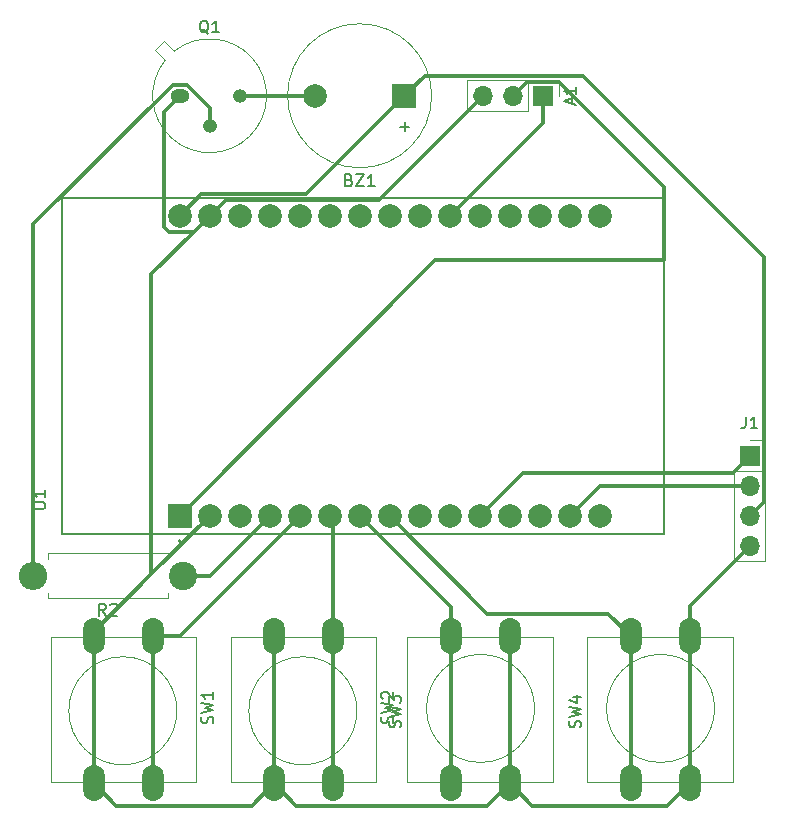
<source format=gbr>
%TF.GenerationSoftware,KiCad,Pcbnew,7.0.9*%
%TF.CreationDate,2023-11-28T22:12:24-05:00*%
%TF.ProjectId,h,682e6b69-6361-4645-9f70-636258585858,rev?*%
%TF.SameCoordinates,Original*%
%TF.FileFunction,Legend,Top*%
%TF.FilePolarity,Positive*%
%FSLAX46Y46*%
G04 Gerber Fmt 4.6, Leading zero omitted, Abs format (unit mm)*
G04 Created by KiCad (PCBNEW 7.0.9) date 2023-11-28 22:12:24*
%MOMM*%
%LPD*%
G01*
G04 APERTURE LIST*
%ADD10C,0.150000*%
%ADD11C,0.120000*%
%ADD12C,0.127000*%
%ADD13C,0.200000*%
%TA.AperFunction,ComponentPad*%
%ADD14O,1.850000X3.048000*%
%TD*%
%TA.AperFunction,ComponentPad*%
%ADD15C,2.400000*%
%TD*%
%TA.AperFunction,ComponentPad*%
%ADD16O,2.400000X2.400000*%
%TD*%
%TA.AperFunction,ComponentPad*%
%ADD17C,2.000000*%
%TD*%
%TA.AperFunction,ComponentPad*%
%ADD18R,2.000000X2.000000*%
%TD*%
%TA.AperFunction,ComponentPad*%
%ADD19O,1.200000X1.200000*%
%TD*%
%TA.AperFunction,ComponentPad*%
%ADD20O,1.600000X1.200000*%
%TD*%
%TA.AperFunction,ComponentPad*%
%ADD21O,1.700000X1.700000*%
%TD*%
%TA.AperFunction,ComponentPad*%
%ADD22R,1.700000X1.700000*%
%TD*%
%TA.AperFunction,Conductor*%
%ADD23C,0.300000*%
%TD*%
G04 APERTURE END LIST*
D10*
X119367200Y-116633332D02*
X119414819Y-116490475D01*
X119414819Y-116490475D02*
X119414819Y-116252380D01*
X119414819Y-116252380D02*
X119367200Y-116157142D01*
X119367200Y-116157142D02*
X119319580Y-116109523D01*
X119319580Y-116109523D02*
X119224342Y-116061904D01*
X119224342Y-116061904D02*
X119129104Y-116061904D01*
X119129104Y-116061904D02*
X119033866Y-116109523D01*
X119033866Y-116109523D02*
X118986247Y-116157142D01*
X118986247Y-116157142D02*
X118938628Y-116252380D01*
X118938628Y-116252380D02*
X118891009Y-116442856D01*
X118891009Y-116442856D02*
X118843390Y-116538094D01*
X118843390Y-116538094D02*
X118795771Y-116585713D01*
X118795771Y-116585713D02*
X118700533Y-116633332D01*
X118700533Y-116633332D02*
X118605295Y-116633332D01*
X118605295Y-116633332D02*
X118510057Y-116585713D01*
X118510057Y-116585713D02*
X118462438Y-116538094D01*
X118462438Y-116538094D02*
X118414819Y-116442856D01*
X118414819Y-116442856D02*
X118414819Y-116204761D01*
X118414819Y-116204761D02*
X118462438Y-116061904D01*
X118414819Y-115728570D02*
X119414819Y-115490475D01*
X119414819Y-115490475D02*
X118700533Y-115299999D01*
X118700533Y-115299999D02*
X119414819Y-115109523D01*
X119414819Y-115109523D02*
X118414819Y-114871428D01*
X119414819Y-113966666D02*
X119414819Y-114538094D01*
X119414819Y-114252380D02*
X118414819Y-114252380D01*
X118414819Y-114252380D02*
X118557676Y-114347618D01*
X118557676Y-114347618D02*
X118652914Y-114442856D01*
X118652914Y-114442856D02*
X118700533Y-114538094D01*
X110323333Y-107514819D02*
X109990000Y-107038628D01*
X109751905Y-107514819D02*
X109751905Y-106514819D01*
X109751905Y-106514819D02*
X110132857Y-106514819D01*
X110132857Y-106514819D02*
X110228095Y-106562438D01*
X110228095Y-106562438D02*
X110275714Y-106610057D01*
X110275714Y-106610057D02*
X110323333Y-106705295D01*
X110323333Y-106705295D02*
X110323333Y-106848152D01*
X110323333Y-106848152D02*
X110275714Y-106943390D01*
X110275714Y-106943390D02*
X110228095Y-106991009D01*
X110228095Y-106991009D02*
X110132857Y-107038628D01*
X110132857Y-107038628D02*
X109751905Y-107038628D01*
X110704286Y-106610057D02*
X110751905Y-106562438D01*
X110751905Y-106562438D02*
X110847143Y-106514819D01*
X110847143Y-106514819D02*
X111085238Y-106514819D01*
X111085238Y-106514819D02*
X111180476Y-106562438D01*
X111180476Y-106562438D02*
X111228095Y-106610057D01*
X111228095Y-106610057D02*
X111275714Y-106705295D01*
X111275714Y-106705295D02*
X111275714Y-106800533D01*
X111275714Y-106800533D02*
X111228095Y-106943390D01*
X111228095Y-106943390D02*
X110656667Y-107514819D01*
X110656667Y-107514819D02*
X111275714Y-107514819D01*
X104174819Y-98476904D02*
X104984342Y-98476904D01*
X104984342Y-98476904D02*
X105079580Y-98429285D01*
X105079580Y-98429285D02*
X105127200Y-98381666D01*
X105127200Y-98381666D02*
X105174819Y-98286428D01*
X105174819Y-98286428D02*
X105174819Y-98095952D01*
X105174819Y-98095952D02*
X105127200Y-98000714D01*
X105127200Y-98000714D02*
X105079580Y-97953095D01*
X105079580Y-97953095D02*
X104984342Y-97905476D01*
X104984342Y-97905476D02*
X104174819Y-97905476D01*
X105174819Y-96905476D02*
X105174819Y-97476904D01*
X105174819Y-97191190D02*
X104174819Y-97191190D01*
X104174819Y-97191190D02*
X104317676Y-97286428D01*
X104317676Y-97286428D02*
X104412914Y-97381666D01*
X104412914Y-97381666D02*
X104460533Y-97476904D01*
X150492200Y-116973332D02*
X150539819Y-116830475D01*
X150539819Y-116830475D02*
X150539819Y-116592380D01*
X150539819Y-116592380D02*
X150492200Y-116497142D01*
X150492200Y-116497142D02*
X150444580Y-116449523D01*
X150444580Y-116449523D02*
X150349342Y-116401904D01*
X150349342Y-116401904D02*
X150254104Y-116401904D01*
X150254104Y-116401904D02*
X150158866Y-116449523D01*
X150158866Y-116449523D02*
X150111247Y-116497142D01*
X150111247Y-116497142D02*
X150063628Y-116592380D01*
X150063628Y-116592380D02*
X150016009Y-116782856D01*
X150016009Y-116782856D02*
X149968390Y-116878094D01*
X149968390Y-116878094D02*
X149920771Y-116925713D01*
X149920771Y-116925713D02*
X149825533Y-116973332D01*
X149825533Y-116973332D02*
X149730295Y-116973332D01*
X149730295Y-116973332D02*
X149635057Y-116925713D01*
X149635057Y-116925713D02*
X149587438Y-116878094D01*
X149587438Y-116878094D02*
X149539819Y-116782856D01*
X149539819Y-116782856D02*
X149539819Y-116544761D01*
X149539819Y-116544761D02*
X149587438Y-116401904D01*
X149539819Y-116068570D02*
X150539819Y-115830475D01*
X150539819Y-115830475D02*
X149825533Y-115639999D01*
X149825533Y-115639999D02*
X150539819Y-115449523D01*
X150539819Y-115449523D02*
X149539819Y-115211428D01*
X149873152Y-114401904D02*
X150539819Y-114401904D01*
X149492200Y-114639999D02*
X150206485Y-114878094D01*
X150206485Y-114878094D02*
X150206485Y-114259047D01*
X135252200Y-116973332D02*
X135299819Y-116830475D01*
X135299819Y-116830475D02*
X135299819Y-116592380D01*
X135299819Y-116592380D02*
X135252200Y-116497142D01*
X135252200Y-116497142D02*
X135204580Y-116449523D01*
X135204580Y-116449523D02*
X135109342Y-116401904D01*
X135109342Y-116401904D02*
X135014104Y-116401904D01*
X135014104Y-116401904D02*
X134918866Y-116449523D01*
X134918866Y-116449523D02*
X134871247Y-116497142D01*
X134871247Y-116497142D02*
X134823628Y-116592380D01*
X134823628Y-116592380D02*
X134776009Y-116782856D01*
X134776009Y-116782856D02*
X134728390Y-116878094D01*
X134728390Y-116878094D02*
X134680771Y-116925713D01*
X134680771Y-116925713D02*
X134585533Y-116973332D01*
X134585533Y-116973332D02*
X134490295Y-116973332D01*
X134490295Y-116973332D02*
X134395057Y-116925713D01*
X134395057Y-116925713D02*
X134347438Y-116878094D01*
X134347438Y-116878094D02*
X134299819Y-116782856D01*
X134299819Y-116782856D02*
X134299819Y-116544761D01*
X134299819Y-116544761D02*
X134347438Y-116401904D01*
X134299819Y-116068570D02*
X135299819Y-115830475D01*
X135299819Y-115830475D02*
X134585533Y-115639999D01*
X134585533Y-115639999D02*
X135299819Y-115449523D01*
X135299819Y-115449523D02*
X134299819Y-115211428D01*
X134299819Y-114925713D02*
X134299819Y-114306666D01*
X134299819Y-114306666D02*
X134680771Y-114639999D01*
X134680771Y-114639999D02*
X134680771Y-114497142D01*
X134680771Y-114497142D02*
X134728390Y-114401904D01*
X134728390Y-114401904D02*
X134776009Y-114354285D01*
X134776009Y-114354285D02*
X134871247Y-114306666D01*
X134871247Y-114306666D02*
X135109342Y-114306666D01*
X135109342Y-114306666D02*
X135204580Y-114354285D01*
X135204580Y-114354285D02*
X135252200Y-114401904D01*
X135252200Y-114401904D02*
X135299819Y-114497142D01*
X135299819Y-114497142D02*
X135299819Y-114782856D01*
X135299819Y-114782856D02*
X135252200Y-114878094D01*
X135252200Y-114878094D02*
X135204580Y-114925713D01*
X134607200Y-116633332D02*
X134654819Y-116490475D01*
X134654819Y-116490475D02*
X134654819Y-116252380D01*
X134654819Y-116252380D02*
X134607200Y-116157142D01*
X134607200Y-116157142D02*
X134559580Y-116109523D01*
X134559580Y-116109523D02*
X134464342Y-116061904D01*
X134464342Y-116061904D02*
X134369104Y-116061904D01*
X134369104Y-116061904D02*
X134273866Y-116109523D01*
X134273866Y-116109523D02*
X134226247Y-116157142D01*
X134226247Y-116157142D02*
X134178628Y-116252380D01*
X134178628Y-116252380D02*
X134131009Y-116442856D01*
X134131009Y-116442856D02*
X134083390Y-116538094D01*
X134083390Y-116538094D02*
X134035771Y-116585713D01*
X134035771Y-116585713D02*
X133940533Y-116633332D01*
X133940533Y-116633332D02*
X133845295Y-116633332D01*
X133845295Y-116633332D02*
X133750057Y-116585713D01*
X133750057Y-116585713D02*
X133702438Y-116538094D01*
X133702438Y-116538094D02*
X133654819Y-116442856D01*
X133654819Y-116442856D02*
X133654819Y-116204761D01*
X133654819Y-116204761D02*
X133702438Y-116061904D01*
X133654819Y-115728570D02*
X134654819Y-115490475D01*
X134654819Y-115490475D02*
X133940533Y-115299999D01*
X133940533Y-115299999D02*
X134654819Y-115109523D01*
X134654819Y-115109523D02*
X133654819Y-114871428D01*
X133750057Y-114538094D02*
X133702438Y-114490475D01*
X133702438Y-114490475D02*
X133654819Y-114395237D01*
X133654819Y-114395237D02*
X133654819Y-114157142D01*
X133654819Y-114157142D02*
X133702438Y-114061904D01*
X133702438Y-114061904D02*
X133750057Y-114014285D01*
X133750057Y-114014285D02*
X133845295Y-113966666D01*
X133845295Y-113966666D02*
X133940533Y-113966666D01*
X133940533Y-113966666D02*
X134083390Y-114014285D01*
X134083390Y-114014285D02*
X134654819Y-114585713D01*
X134654819Y-114585713D02*
X134654819Y-113966666D01*
X119009761Y-58230057D02*
X118914523Y-58182438D01*
X118914523Y-58182438D02*
X118819285Y-58087200D01*
X118819285Y-58087200D02*
X118676428Y-57944342D01*
X118676428Y-57944342D02*
X118581190Y-57896723D01*
X118581190Y-57896723D02*
X118485952Y-57896723D01*
X118533571Y-58134819D02*
X118438333Y-58087200D01*
X118438333Y-58087200D02*
X118343095Y-57991961D01*
X118343095Y-57991961D02*
X118295476Y-57801485D01*
X118295476Y-57801485D02*
X118295476Y-57468152D01*
X118295476Y-57468152D02*
X118343095Y-57277676D01*
X118343095Y-57277676D02*
X118438333Y-57182438D01*
X118438333Y-57182438D02*
X118533571Y-57134819D01*
X118533571Y-57134819D02*
X118724047Y-57134819D01*
X118724047Y-57134819D02*
X118819285Y-57182438D01*
X118819285Y-57182438D02*
X118914523Y-57277676D01*
X118914523Y-57277676D02*
X118962142Y-57468152D01*
X118962142Y-57468152D02*
X118962142Y-57801485D01*
X118962142Y-57801485D02*
X118914523Y-57991961D01*
X118914523Y-57991961D02*
X118819285Y-58087200D01*
X118819285Y-58087200D02*
X118724047Y-58134819D01*
X118724047Y-58134819D02*
X118533571Y-58134819D01*
X119914523Y-58134819D02*
X119343095Y-58134819D01*
X119628809Y-58134819D02*
X119628809Y-57134819D01*
X119628809Y-57134819D02*
X119533571Y-57277676D01*
X119533571Y-57277676D02*
X119438333Y-57372914D01*
X119438333Y-57372914D02*
X119343095Y-57420533D01*
X164491666Y-90664819D02*
X164491666Y-91379104D01*
X164491666Y-91379104D02*
X164444047Y-91521961D01*
X164444047Y-91521961D02*
X164348809Y-91617200D01*
X164348809Y-91617200D02*
X164205952Y-91664819D01*
X164205952Y-91664819D02*
X164110714Y-91664819D01*
X165491666Y-91664819D02*
X164920238Y-91664819D01*
X165205952Y-91664819D02*
X165205952Y-90664819D01*
X165205952Y-90664819D02*
X165110714Y-90807676D01*
X165110714Y-90807676D02*
X165015476Y-90902914D01*
X165015476Y-90902914D02*
X164920238Y-90950533D01*
X130924047Y-70631009D02*
X131066904Y-70678628D01*
X131066904Y-70678628D02*
X131114523Y-70726247D01*
X131114523Y-70726247D02*
X131162142Y-70821485D01*
X131162142Y-70821485D02*
X131162142Y-70964342D01*
X131162142Y-70964342D02*
X131114523Y-71059580D01*
X131114523Y-71059580D02*
X131066904Y-71107200D01*
X131066904Y-71107200D02*
X130971666Y-71154819D01*
X130971666Y-71154819D02*
X130590714Y-71154819D01*
X130590714Y-71154819D02*
X130590714Y-70154819D01*
X130590714Y-70154819D02*
X130924047Y-70154819D01*
X130924047Y-70154819D02*
X131019285Y-70202438D01*
X131019285Y-70202438D02*
X131066904Y-70250057D01*
X131066904Y-70250057D02*
X131114523Y-70345295D01*
X131114523Y-70345295D02*
X131114523Y-70440533D01*
X131114523Y-70440533D02*
X131066904Y-70535771D01*
X131066904Y-70535771D02*
X131019285Y-70583390D01*
X131019285Y-70583390D02*
X130924047Y-70631009D01*
X130924047Y-70631009D02*
X130590714Y-70631009D01*
X131495476Y-70154819D02*
X132162142Y-70154819D01*
X132162142Y-70154819D02*
X131495476Y-71154819D01*
X131495476Y-71154819D02*
X132162142Y-71154819D01*
X133066904Y-71154819D02*
X132495476Y-71154819D01*
X132781190Y-71154819D02*
X132781190Y-70154819D01*
X132781190Y-70154819D02*
X132685952Y-70297676D01*
X132685952Y-70297676D02*
X132590714Y-70392914D01*
X132590714Y-70392914D02*
X132495476Y-70440533D01*
X135234048Y-66113866D02*
X135995953Y-66113866D01*
X135615000Y-66494819D02*
X135615000Y-65732914D01*
X149819104Y-64214285D02*
X149819104Y-63738095D01*
X150104819Y-64309523D02*
X149104819Y-63976190D01*
X149104819Y-63976190D02*
X150104819Y-63642857D01*
X150104819Y-62785714D02*
X150104819Y-63357142D01*
X150104819Y-63071428D02*
X149104819Y-63071428D01*
X149104819Y-63071428D02*
X149247676Y-63166666D01*
X149247676Y-63166666D02*
X149342914Y-63261904D01*
X149342914Y-63261904D02*
X149390533Y-63357142D01*
D11*
%TO.C,SW1*%
X116339050Y-115570000D02*
G75*
G03*
X116339050Y-115570000I-4579050J0D01*
G01*
X105650000Y-109320000D02*
X108370000Y-109320000D01*
X105650000Y-121620000D02*
X105650000Y-109320000D01*
X113370000Y-121620000D02*
X110230000Y-121620000D01*
X108370000Y-121620000D02*
X105650000Y-121620000D01*
X117950000Y-109320000D02*
X117950000Y-121620000D01*
X110230000Y-109320000D02*
X113370000Y-109320000D01*
X115230000Y-109320000D02*
X117950000Y-109320000D01*
X117950000Y-121620000D02*
X115230000Y-121620000D01*
%TO.C,R2*%
X115560000Y-105580000D02*
X115560000Y-106060000D01*
X105420000Y-102220000D02*
X105420000Y-102700000D01*
X115560000Y-106060000D02*
X105420000Y-106060000D01*
X115560000Y-102700000D02*
X115560000Y-102220000D01*
X115560000Y-102220000D02*
X105420000Y-102220000D01*
X105420000Y-106060000D02*
X105420000Y-105580000D01*
D12*
%TO.C,U1*%
X157555000Y-77580000D02*
X157555000Y-72130000D01*
X157555000Y-95270000D02*
X157555000Y-77580000D01*
X157555000Y-100640000D02*
X157555000Y-95270000D01*
X106605000Y-72130000D02*
X157555000Y-72130000D01*
X157555000Y-100640000D02*
X106605000Y-100640000D01*
X106605000Y-82860000D02*
X106605000Y-72130000D01*
X106605000Y-89571000D02*
X106605000Y-82860000D01*
X106605000Y-100640000D02*
X106605000Y-89571000D01*
D13*
X116665000Y-101210000D02*
G75*
G03*
X116665000Y-101210000I-100000J0D01*
G01*
D12*
X157555000Y-100640000D02*
X106605000Y-100640000D01*
X106605000Y-100640000D02*
X106605000Y-72130000D01*
X157555000Y-72130000D02*
X157555000Y-100640000D01*
X106605000Y-72130000D02*
X157555000Y-72130000D01*
D11*
%TO.C,SW4*%
X161864050Y-115370000D02*
G75*
G03*
X161864050Y-115370000I-4579050J0D01*
G01*
X163395000Y-121620000D02*
X160675000Y-121620000D01*
X163395000Y-109320000D02*
X163395000Y-121620000D01*
X155675000Y-109320000D02*
X158815000Y-109320000D01*
X160675000Y-109320000D02*
X163395000Y-109320000D01*
X151095000Y-121620000D02*
X151095000Y-109320000D01*
X158815000Y-121620000D02*
X155675000Y-121620000D01*
X153815000Y-121620000D02*
X151095000Y-121620000D01*
X151095000Y-109320000D02*
X153815000Y-109320000D01*
%TO.C,SW3*%
X146624050Y-115370000D02*
G75*
G03*
X146624050Y-115370000I-4579050J0D01*
G01*
X148155000Y-121620000D02*
X145435000Y-121620000D01*
X148155000Y-109320000D02*
X148155000Y-121620000D01*
X140435000Y-109320000D02*
X143575000Y-109320000D01*
X145435000Y-109320000D02*
X148155000Y-109320000D01*
X135855000Y-121620000D02*
X135855000Y-109320000D01*
X143575000Y-121620000D02*
X140435000Y-121620000D01*
X138575000Y-121620000D02*
X135855000Y-121620000D01*
X135855000Y-109320000D02*
X138575000Y-109320000D01*
%TO.C,SW2*%
X131579050Y-115570000D02*
G75*
G03*
X131579050Y-115570000I-4579050J0D01*
G01*
X120890000Y-109320000D02*
X123610000Y-109320000D01*
X120890000Y-121620000D02*
X120890000Y-109320000D01*
X128610000Y-121620000D02*
X125470000Y-121620000D01*
X123610000Y-121620000D02*
X120890000Y-121620000D01*
X133190000Y-109320000D02*
X133190000Y-121620000D01*
X125470000Y-109320000D02*
X128610000Y-109320000D01*
X130470000Y-109320000D02*
X133190000Y-109320000D01*
X133190000Y-121620000D02*
X130470000Y-121620000D01*
%TO.C,Q1*%
X115330327Y-60502629D02*
G75*
G03*
X116107916Y-59725099I3774673J-2997371D01*
G01*
X115216961Y-58834144D02*
X114439144Y-59611961D01*
X114439144Y-59611961D02*
X115330098Y-60502916D01*
X116107916Y-59725098D02*
X115216961Y-58834144D01*
%TO.C,J1*%
X163495000Y-102930000D02*
X166155000Y-102930000D01*
X166155000Y-95250000D02*
X166155000Y-102930000D01*
X163495000Y-95250000D02*
X166155000Y-95250000D01*
X163495000Y-95250000D02*
X163495000Y-102930000D01*
X166155000Y-92650000D02*
X166155000Y-93980000D01*
X164825000Y-92650000D02*
X166155000Y-92650000D01*
%TO.C,BZ1*%
X137905000Y-63500000D02*
G75*
G03*
X137905000Y-63500000I-6100000J0D01*
G01*
%TO.C,A1*%
X146050000Y-62170000D02*
X146050000Y-64830000D01*
X148650000Y-62170000D02*
X148650000Y-63500000D01*
X146050000Y-64830000D02*
X140910000Y-64830000D01*
X147320000Y-62170000D02*
X148650000Y-62170000D01*
X146050000Y-62170000D02*
X140910000Y-62170000D01*
X140910000Y-62170000D02*
X140910000Y-64830000D01*
%TD*%
D14*
%TO.P,SW1,2,2*%
%TO.N,GND*%
X109300000Y-121720000D03*
X109300000Y-109220000D03*
%TO.P,SW1,1,1*%
%TO.N,/D4*%
X114300000Y-121720000D03*
X114300000Y-109220000D03*
%TD*%
D15*
%TO.P,R2,1*%
%TO.N,/D2*%
X116840000Y-104140000D03*
D16*
%TO.P,R2,2*%
%TO.N,Net-(Q1-B)*%
X104140000Y-104140000D03*
%TD*%
D17*
%TO.P,U1,16,EN*%
%TO.N,unconnected-(U1-EN-Pad16)*%
X152125000Y-73660000D03*
%TO.P,U1,17,VP*%
%TO.N,unconnected-(U1-VP-Pad17)*%
X149585000Y-73660000D03*
%TO.P,U1,18,VN*%
%TO.N,unconnected-(U1-VN-Pad18)*%
X147045000Y-73660000D03*
%TO.P,U1,19,D34*%
%TO.N,unconnected-(U1-D34-Pad19)*%
X144505000Y-73660000D03*
%TO.P,U1,20,D35*%
%TO.N,unconnected-(U1-D35-Pad20)*%
X141965000Y-73660000D03*
%TO.P,U1,21,D32*%
%TO.N,/D32*%
X139425000Y-73660000D03*
%TO.P,U1,22,D33*%
%TO.N,unconnected-(U1-D33-Pad22)*%
X136885000Y-73660000D03*
%TO.P,U1,23,D25*%
%TO.N,unconnected-(U1-D25-Pad23)*%
X134345000Y-73660000D03*
%TO.P,U1,24,D26*%
%TO.N,unconnected-(U1-D26-Pad24)*%
X131805000Y-73660000D03*
%TO.P,U1,25,D27*%
%TO.N,unconnected-(U1-D27-Pad25)*%
X129265000Y-73660000D03*
%TO.P,U1,26,D14*%
%TO.N,/D14*%
X126725000Y-73660000D03*
%TO.P,U1,27,D12*%
%TO.N,unconnected-(U1-D12-Pad27)*%
X124185000Y-73660000D03*
%TO.P,U1,28,D13*%
%TO.N,unconnected-(U1-D13-Pad28)*%
X121645000Y-73660000D03*
%TO.P,U1,29,GND*%
%TO.N,GND*%
X119105000Y-73660000D03*
%TO.P,U1,30,VIN*%
%TO.N,+5V*%
X116565000Y-73660000D03*
%TO.P,U1,15,D23*%
%TO.N,unconnected-(U1-D23-Pad15)*%
X152125000Y-99060000D03*
%TO.P,U1,14,D22*%
%TO.N,/D22*%
X149585000Y-99060000D03*
%TO.P,U1,13,TX0*%
%TO.N,unconnected-(U1-TX0-Pad13)*%
X147045000Y-99060000D03*
%TO.P,U1,12,RX0*%
%TO.N,unconnected-(U1-RX0-Pad12)*%
X144505000Y-99060000D03*
%TO.P,U1,11,D21*%
%TO.N,/D21*%
X141965000Y-99060000D03*
%TO.P,U1,10,D19*%
%TO.N,unconnected-(U1-D19-Pad10)*%
X139425000Y-99060000D03*
%TO.P,U1,9,D18*%
%TO.N,unconnected-(U1-D18-Pad9)*%
X136885000Y-99060000D03*
%TO.P,U1,8,D5*%
%TO.N,/D5*%
X134345000Y-99060000D03*
%TO.P,U1,7,TX2*%
%TO.N,/D17*%
X131805000Y-99060000D03*
%TO.P,U1,6,RX2*%
%TO.N,/D16*%
X129265000Y-99060000D03*
%TO.P,U1,5,D4*%
%TO.N,/D4*%
X126725000Y-99060000D03*
%TO.P,U1,4,D2*%
%TO.N,/D2*%
X124185000Y-99060000D03*
%TO.P,U1,3,D15*%
%TO.N,unconnected-(U1-D15-Pad3)*%
X121645000Y-99060000D03*
%TO.P,U1,2,GND*%
%TO.N,GND*%
X119105000Y-99060000D03*
D18*
%TO.P,U1,1,3V3*%
%TO.N,+3.3V*%
X116565000Y-99060000D03*
%TD*%
D14*
%TO.P,SW4,2,2*%
%TO.N,GND*%
X159745000Y-109220000D03*
X159745000Y-121720000D03*
%TO.P,SW4,1,1*%
%TO.N,/D5*%
X154745000Y-109220000D03*
X154745000Y-121720000D03*
%TD*%
%TO.P,SW3,2,2*%
%TO.N,GND*%
X144505000Y-109220000D03*
X144505000Y-121720000D03*
%TO.P,SW3,1,1*%
%TO.N,/D17*%
X139505000Y-109220000D03*
X139505000Y-121720000D03*
%TD*%
%TO.P,SW2,2,2*%
%TO.N,GND*%
X124540000Y-121720000D03*
X124540000Y-109220000D03*
%TO.P,SW2,1,1*%
%TO.N,/D16*%
X129540000Y-121720000D03*
X129540000Y-109220000D03*
%TD*%
D19*
%TO.P,Q1,3,C*%
%TO.N,Net-(BZ1-+)*%
X121645000Y-63500000D03*
%TO.P,Q1,2,B*%
%TO.N,Net-(Q1-B)*%
X119105000Y-66040000D03*
D20*
%TO.P,Q1,1,E*%
%TO.N,GND*%
X116565000Y-63500000D03*
%TD*%
D21*
%TO.P,J1,4,Pin_4*%
%TO.N,GND*%
X164825000Y-101600000D03*
%TO.P,J1,3,Pin_3*%
%TO.N,+5V*%
X164825000Y-99060000D03*
%TO.P,J1,2,Pin_2*%
%TO.N,/D22*%
X164825000Y-96520000D03*
D22*
%TO.P,J1,1,Pin_1*%
%TO.N,/D21*%
X164825000Y-93980000D03*
%TD*%
D17*
%TO.P,BZ1,2,+*%
%TO.N,Net-(BZ1-+)*%
X128005000Y-63500000D03*
D18*
%TO.P,BZ1,1,-*%
%TO.N,+5V*%
X135605000Y-63500000D03*
%TD*%
D21*
%TO.P,A1,3,GND*%
%TO.N,GND*%
X142240000Y-63500000D03*
%TO.P,A1,2,VOUT*%
%TO.N,+3.3V*%
X144780000Y-63500000D03*
D22*
%TO.P,A1,1,+VS*%
%TO.N,/D32*%
X147320000Y-63500000D03*
%TD*%
D23*
%TO.N,GND*%
X114162500Y-78602500D02*
X114162500Y-104002500D01*
X117755000Y-75010000D02*
X114162500Y-78602500D01*
X114162500Y-104002500D02*
X119105000Y-99060000D01*
X109300000Y-108865000D02*
X114162500Y-104002500D01*
%TO.N,Net-(Q1-B)*%
X104140000Y-74381497D02*
X104140000Y-104140000D01*
X115971497Y-62550000D02*
X104140000Y-74381497D01*
X117158503Y-62550000D02*
X115971497Y-62550000D01*
X119105000Y-64496497D02*
X117158503Y-62550000D01*
X119105000Y-66040000D02*
X119105000Y-64496497D01*
%TO.N,/D21*%
X163385000Y-95420000D02*
X145605000Y-95420000D01*
X145605000Y-95420000D02*
X141965000Y-99060000D01*
X164825000Y-93980000D02*
X163385000Y-95420000D01*
%TO.N,/D22*%
X152125000Y-96520000D02*
X149585000Y-99060000D01*
X164825000Y-96520000D02*
X152125000Y-96520000D01*
%TO.N,+5V*%
X166025000Y-77125000D02*
X166025000Y-97860000D01*
X166025000Y-97860000D02*
X164825000Y-99060000D01*
X150700000Y-61800000D02*
X166025000Y-77125000D01*
X137305000Y-61800000D02*
X150700000Y-61800000D01*
X135605000Y-63500000D02*
X137305000Y-61800000D01*
%TO.N,GND*%
X115650000Y-75010000D02*
X117755000Y-75010000D01*
X115215000Y-74575000D02*
X115650000Y-75010000D01*
X115215000Y-64850000D02*
X115215000Y-74575000D01*
X117755000Y-75010000D02*
X119105000Y-73660000D01*
X116565000Y-63500000D02*
X115215000Y-64850000D01*
%TO.N,+5V*%
X118415000Y-71810000D02*
X116565000Y-73660000D01*
X127295000Y-71810000D02*
X118415000Y-71810000D01*
X135605000Y-63500000D02*
X127295000Y-71810000D01*
%TO.N,+3.3V*%
X138195000Y-77430000D02*
X116565000Y-99060000D01*
X157617132Y-77430000D02*
X138195000Y-77430000D01*
X157617132Y-71257132D02*
X157617132Y-77430000D01*
X148660000Y-62300000D02*
X157617132Y-71257132D01*
X145980000Y-62300000D02*
X148660000Y-62300000D01*
X144780000Y-63500000D02*
X145980000Y-62300000D01*
%TO.N,/D32*%
X147320000Y-65765000D02*
X139425000Y-73660000D01*
X147320000Y-63500000D02*
X147320000Y-65765000D01*
%TO.N,GND*%
X120455000Y-72310000D02*
X119105000Y-73660000D01*
X133430000Y-72310000D02*
X120455000Y-72310000D01*
X142240000Y-63500000D02*
X133430000Y-72310000D01*
%TO.N,/D2*%
X119105000Y-104140000D02*
X124185000Y-99060000D01*
X116840000Y-104140000D02*
X119105000Y-104140000D01*
%TO.N,GND*%
X157871000Y-123594000D02*
X159745000Y-121720000D01*
X146379000Y-123594000D02*
X157871000Y-123594000D01*
X144505000Y-121720000D02*
X146379000Y-123594000D01*
X142631000Y-123594000D02*
X144505000Y-121720000D01*
X126414000Y-123594000D02*
X142631000Y-123594000D01*
X124540000Y-121720000D02*
X126414000Y-123594000D01*
X122666000Y-123594000D02*
X124540000Y-121720000D01*
X111174000Y-123594000D02*
X122666000Y-123594000D01*
X109300000Y-121720000D02*
X111174000Y-123594000D01*
%TO.N,/D5*%
X142631000Y-107346000D02*
X134345000Y-99060000D01*
X152871000Y-107346000D02*
X142631000Y-107346000D01*
X154745000Y-109220000D02*
X152871000Y-107346000D01*
%TO.N,/D17*%
X139505000Y-106760000D02*
X131805000Y-99060000D01*
X139505000Y-109220000D02*
X139505000Y-106760000D01*
%TO.N,/D16*%
X129540000Y-99335000D02*
X129265000Y-99060000D01*
X129540000Y-109220000D02*
X129540000Y-99335000D01*
%TO.N,/D4*%
X116565000Y-109220000D02*
X126725000Y-99060000D01*
X114300000Y-109220000D02*
X116565000Y-109220000D01*
%TO.N,GND*%
X109300000Y-109220000D02*
X109300000Y-108865000D01*
%TO.N,Net-(BZ1-+)*%
X121645000Y-63500000D02*
X128005000Y-63500000D01*
%TO.N,GND*%
X159745000Y-109220000D02*
X159745000Y-106680000D01*
X159745000Y-106680000D02*
X164825000Y-101600000D01*
X159745000Y-121720000D02*
X159745000Y-109220000D01*
%TO.N,/D5*%
X154745000Y-121720000D02*
X154745000Y-109220000D01*
%TO.N,GND*%
X144505000Y-121720000D02*
X144505000Y-109220000D01*
%TO.N,/D17*%
X139505000Y-121720000D02*
X139505000Y-109220000D01*
%TO.N,/D16*%
X129540000Y-121720000D02*
X129540000Y-109220000D01*
%TO.N,GND*%
X124540000Y-121720000D02*
X124540000Y-109220000D01*
%TO.N,/D4*%
X114300000Y-121720000D02*
X114300000Y-109220000D01*
%TO.N,GND*%
X109300000Y-121720000D02*
X109300000Y-109220000D01*
%TD*%
M02*

</source>
